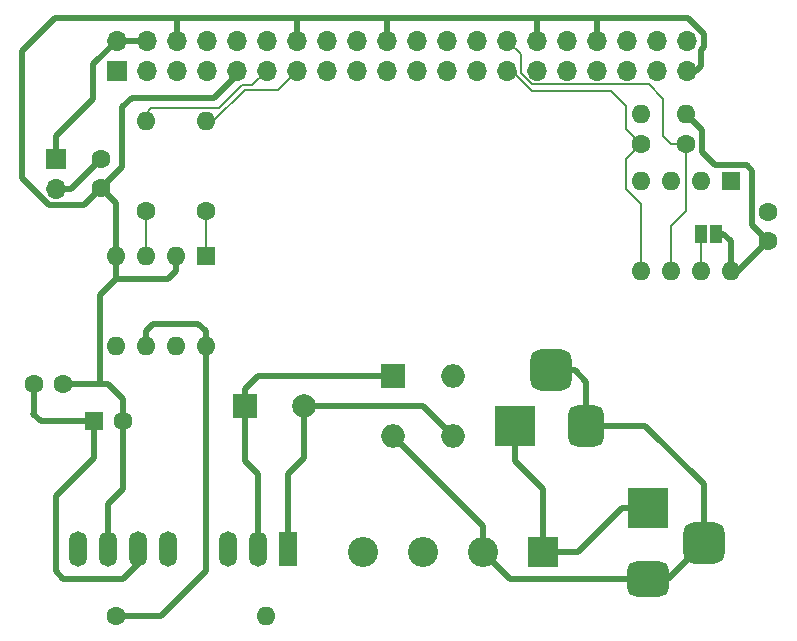
<source format=gbr>
G04 #@! TF.GenerationSoftware,KiCad,Pcbnew,7.0.10*
G04 #@! TF.CreationDate,2024-02-17T13:37:08-08:00*
G04 #@! TF.ProjectId,rpi-simplex-clock-hat,7270692d-7369-46d7-906c-65782d636c6f,1*
G04 #@! TF.SameCoordinates,Original*
G04 #@! TF.FileFunction,Copper,L2,Bot*
G04 #@! TF.FilePolarity,Positive*
%FSLAX46Y46*%
G04 Gerber Fmt 4.6, Leading zero omitted, Abs format (unit mm)*
G04 Created by KiCad (PCBNEW 7.0.10) date 2024-02-17 13:37:08*
%MOMM*%
%LPD*%
G01*
G04 APERTURE LIST*
G04 Aperture macros list*
%AMRoundRect*
0 Rectangle with rounded corners*
0 $1 Rounding radius*
0 $2 $3 $4 $5 $6 $7 $8 $9 X,Y pos of 4 corners*
0 Add a 4 corners polygon primitive as box body*
4,1,4,$2,$3,$4,$5,$6,$7,$8,$9,$2,$3,0*
0 Add four circle primitives for the rounded corners*
1,1,$1+$1,$2,$3*
1,1,$1+$1,$4,$5*
1,1,$1+$1,$6,$7*
1,1,$1+$1,$8,$9*
0 Add four rect primitives between the rounded corners*
20,1,$1+$1,$2,$3,$4,$5,0*
20,1,$1+$1,$4,$5,$6,$7,0*
20,1,$1+$1,$6,$7,$8,$9,0*
20,1,$1+$1,$8,$9,$2,$3,0*%
G04 Aperture macros list end*
G04 #@! TA.AperFunction,ComponentPad*
%ADD10R,3.500000X3.500000*%
G04 #@! TD*
G04 #@! TA.AperFunction,ComponentPad*
%ADD11RoundRect,0.750000X0.750000X1.000000X-0.750000X1.000000X-0.750000X-1.000000X0.750000X-1.000000X0*%
G04 #@! TD*
G04 #@! TA.AperFunction,ComponentPad*
%ADD12RoundRect,0.875000X0.875000X0.875000X-0.875000X0.875000X-0.875000X-0.875000X0.875000X-0.875000X0*%
G04 #@! TD*
G04 #@! TA.AperFunction,ComponentPad*
%ADD13O,2.000000X2.000000*%
G04 #@! TD*
G04 #@! TA.AperFunction,ComponentPad*
%ADD14R,2.000000X2.000000*%
G04 #@! TD*
G04 #@! TA.AperFunction,ComponentPad*
%ADD15C,1.600000*%
G04 #@! TD*
G04 #@! TA.AperFunction,ComponentPad*
%ADD16O,1.600000X1.600000*%
G04 #@! TD*
G04 #@! TA.AperFunction,ComponentPad*
%ADD17R,1.500000X3.000000*%
G04 #@! TD*
G04 #@! TA.AperFunction,ComponentPad*
%ADD18O,1.500000X3.000000*%
G04 #@! TD*
G04 #@! TA.AperFunction,ComponentPad*
%ADD19R,2.550000X2.550000*%
G04 #@! TD*
G04 #@! TA.AperFunction,ComponentPad*
%ADD20C,2.550000*%
G04 #@! TD*
G04 #@! TA.AperFunction,ComponentPad*
%ADD21C,2.000000*%
G04 #@! TD*
G04 #@! TA.AperFunction,ComponentPad*
%ADD22R,1.600000X1.600000*%
G04 #@! TD*
G04 #@! TA.AperFunction,ComponentPad*
%ADD23R,1.700000X1.700000*%
G04 #@! TD*
G04 #@! TA.AperFunction,ComponentPad*
%ADD24O,1.700000X1.700000*%
G04 #@! TD*
G04 #@! TA.AperFunction,ComponentPad*
%ADD25RoundRect,0.750000X1.000000X-0.750000X1.000000X0.750000X-1.000000X0.750000X-1.000000X-0.750000X0*%
G04 #@! TD*
G04 #@! TA.AperFunction,ComponentPad*
%ADD26RoundRect,0.875000X0.875000X-0.875000X0.875000X0.875000X-0.875000X0.875000X-0.875000X-0.875000X0*%
G04 #@! TD*
G04 #@! TA.AperFunction,SMDPad,CuDef*
%ADD27R,1.000000X1.500000*%
G04 #@! TD*
G04 #@! TA.AperFunction,Conductor*
%ADD28C,0.500000*%
G04 #@! TD*
G04 #@! TA.AperFunction,Conductor*
%ADD29C,0.200000*%
G04 #@! TD*
G04 APERTURE END LIST*
D10*
X142085000Y-78791000D03*
D11*
X148085000Y-78791000D03*
D12*
X145085000Y-74091000D03*
D13*
X136830000Y-74600000D03*
X136830000Y-79680000D03*
X131750000Y-79680000D03*
D14*
X131750000Y-74600000D03*
D15*
X156515000Y-54915000D03*
D16*
X156515000Y-52375000D03*
D15*
X152705000Y-54915000D03*
D16*
X152705000Y-52375000D03*
D17*
X122860000Y-89205000D03*
D18*
X120320000Y-89205000D03*
X117780000Y-89205000D03*
X112700000Y-89205000D03*
X110160000Y-89205000D03*
X107620000Y-89205000D03*
X105080000Y-89205000D03*
D19*
X144450000Y-89477500D03*
D20*
X139370000Y-89477500D03*
X134290000Y-89477500D03*
X129210000Y-89477500D03*
D15*
X101290000Y-75235000D03*
X103790000Y-75235000D03*
D21*
X124222323Y-77140000D03*
D14*
X119222323Y-77140000D03*
D15*
X106985000Y-56185000D03*
X106985000Y-58685000D03*
D22*
X115865000Y-64440000D03*
D16*
X113325000Y-64440000D03*
X110785000Y-64440000D03*
X108245000Y-64440000D03*
X108245000Y-72060000D03*
X110785000Y-72060000D03*
X113325000Y-72060000D03*
X115865000Y-72060000D03*
D15*
X108255000Y-94920000D03*
D16*
X120955000Y-94920000D03*
D23*
X103175000Y-56185000D03*
D24*
X103175000Y-58725000D03*
D15*
X115875000Y-60630000D03*
D16*
X115875000Y-53010000D03*
D15*
X163500000Y-63150000D03*
X163500000Y-60650000D03*
D22*
X160325000Y-58090000D03*
D16*
X157785000Y-58090000D03*
X155245000Y-58090000D03*
X152705000Y-58090000D03*
X152705000Y-65710000D03*
X155245000Y-65710000D03*
X157785000Y-65710000D03*
X160325000Y-65710000D03*
X110795000Y-53010000D03*
D15*
X110795000Y-60630000D03*
D10*
X153340000Y-85745000D03*
D25*
X153340000Y-91745000D03*
D26*
X158040000Y-88745000D03*
D22*
X106390000Y-78410000D03*
D15*
X108890000Y-78410000D03*
D23*
X108370000Y-48720000D03*
D24*
X108370000Y-46180000D03*
X110910000Y-48720000D03*
X110910000Y-46180000D03*
X113450000Y-48720000D03*
X113450000Y-46180000D03*
X115990000Y-48720000D03*
X115990000Y-46180000D03*
X118530000Y-48720000D03*
X118530000Y-46180000D03*
X121070000Y-48720000D03*
X121070000Y-46180000D03*
X123610000Y-48720000D03*
X123610000Y-46180000D03*
X126150000Y-48720000D03*
X126150000Y-46180000D03*
X128690000Y-48720000D03*
X128690000Y-46180000D03*
X131230000Y-48720000D03*
X131230000Y-46180000D03*
X133770000Y-48720000D03*
X133770000Y-46180000D03*
X136310000Y-48720000D03*
X136310000Y-46180000D03*
X138850000Y-48720000D03*
X138850000Y-46180000D03*
X141390000Y-48720000D03*
X141390000Y-46180000D03*
X143930000Y-48720000D03*
X143930000Y-46180000D03*
X146470000Y-48720000D03*
X146470000Y-46180000D03*
X149010000Y-48720000D03*
X149010000Y-46180000D03*
X151550000Y-48720000D03*
X151550000Y-46180000D03*
X154090000Y-48720000D03*
X154090000Y-46180000D03*
X156630000Y-48720000D03*
X156630000Y-46180000D03*
D27*
X157770000Y-62535000D03*
X159070000Y-62535000D03*
D28*
X105545000Y-60125000D02*
X106985000Y-58685000D01*
X102595101Y-60125000D02*
X105545000Y-60125000D01*
X100300000Y-47083709D02*
X100300000Y-57829899D01*
X113385000Y-44250000D02*
X103133709Y-44250000D01*
X103133709Y-44250000D02*
X100300000Y-47083709D01*
X100300000Y-57829899D02*
X102595101Y-60125000D01*
X113450000Y-44315000D02*
X113385000Y-44250000D01*
X113450000Y-46180000D02*
X113450000Y-44315000D01*
X157785000Y-47004899D02*
X157785000Y-48330000D01*
X157395000Y-48720000D02*
X156630000Y-48720000D01*
X158030000Y-45600101D02*
X158030000Y-46759899D01*
X158030000Y-46759899D02*
X157785000Y-47004899D01*
X157785000Y-48330000D02*
X157395000Y-48720000D01*
X148895000Y-44250000D02*
X156679899Y-44250000D01*
X156679899Y-44250000D02*
X158030000Y-45600101D01*
X115865000Y-91100000D02*
X115865000Y-72060000D01*
X112065000Y-94920000D02*
X115875000Y-91110000D01*
X115875000Y-91110000D02*
X115865000Y-91100000D01*
X108255000Y-94920000D02*
X112065000Y-94920000D01*
X119222323Y-75697677D02*
X120320000Y-74600000D01*
X119222323Y-77140000D02*
X119222323Y-75697677D01*
X120320000Y-74600000D02*
X131750000Y-74600000D01*
X139370000Y-87300000D02*
X131750000Y-79680000D01*
X139370000Y-89477500D02*
X139370000Y-87300000D01*
X134290000Y-77140000D02*
X124222323Y-77140000D01*
X136830000Y-79680000D02*
X134290000Y-77140000D01*
X153086000Y-78791000D02*
X148085000Y-78791000D01*
X158040000Y-83745000D02*
X153086000Y-78791000D01*
X158040000Y-88745000D02*
X158040000Y-83745000D01*
X147116000Y-74091000D02*
X145085000Y-74091000D01*
X148085000Y-75060000D02*
X147116000Y-74091000D01*
X148085000Y-78791000D02*
X148085000Y-75060000D01*
X144450000Y-84125000D02*
X142085000Y-81760000D01*
X142085000Y-81760000D02*
X142085000Y-78791000D01*
X144450000Y-89477500D02*
X144450000Y-84125000D01*
X157865000Y-53725000D02*
X156515000Y-52375000D01*
X158975000Y-56740000D02*
X157865000Y-55630000D01*
X157865000Y-55630000D02*
X157865000Y-53725000D01*
X161675000Y-56740000D02*
X158975000Y-56740000D01*
X162150000Y-57215000D02*
X161675000Y-56740000D01*
X162150000Y-61800000D02*
X162150000Y-57215000D01*
X163500000Y-63150000D02*
X162150000Y-61800000D01*
X160325000Y-63170000D02*
X160325000Y-65710000D01*
X159690000Y-62535000D02*
X160325000Y-63170000D01*
X159070000Y-62535000D02*
X159690000Y-62535000D01*
D29*
X157785000Y-65710000D02*
X157785000Y-62550000D01*
X157785000Y-62550000D02*
X157770000Y-62535000D01*
X155245000Y-61900000D02*
X155245000Y-65710000D01*
X156515000Y-54915000D02*
X156515000Y-60630000D01*
X156515000Y-60630000D02*
X155245000Y-61900000D01*
X152705000Y-59995000D02*
X152705000Y-65710000D01*
X151435000Y-58725000D02*
X152705000Y-59995000D01*
X151435000Y-56185000D02*
X151435000Y-58725000D01*
X152705000Y-54915000D02*
X151435000Y-56185000D01*
D28*
X160940000Y-65710000D02*
X163500000Y-63150000D01*
X160325000Y-65710000D02*
X160940000Y-65710000D01*
D29*
X151435000Y-51740000D02*
X151435000Y-53645000D01*
X151435000Y-53645000D02*
X152705000Y-54915000D01*
X150165000Y-50470000D02*
X151435000Y-51740000D01*
X142145000Y-49127032D02*
X143487968Y-50470000D01*
X142145000Y-48720000D02*
X142145000Y-49127032D01*
X141390000Y-48720000D02*
X142145000Y-48720000D01*
X143487968Y-50470000D02*
X150165000Y-50470000D01*
X154610000Y-54280000D02*
X155245000Y-54915000D01*
X154610000Y-51105000D02*
X154610000Y-54280000D01*
X153375000Y-49870000D02*
X154610000Y-51105000D01*
X142545000Y-48961346D02*
X143453654Y-49870000D01*
X155245000Y-54915000D02*
X156515000Y-54915000D01*
X142545000Y-47335000D02*
X142545000Y-48961346D01*
X143453654Y-49870000D02*
X153375000Y-49870000D01*
X141390000Y-46180000D02*
X142545000Y-47335000D01*
D28*
X106895000Y-75145000D02*
X106895000Y-67705000D01*
X106895000Y-67705000D02*
X108255000Y-66345000D01*
X106985000Y-75235000D02*
X106895000Y-75145000D01*
X108245000Y-59945000D02*
X106985000Y-58685000D01*
X108245000Y-64440000D02*
X108245000Y-59945000D01*
X108245000Y-66335000D02*
X108255000Y-66345000D01*
X108245000Y-64440000D02*
X108245000Y-66335000D01*
X112700000Y-66345000D02*
X108255000Y-66345000D01*
X113325000Y-65720000D02*
X112700000Y-66345000D01*
X113325000Y-64440000D02*
X113325000Y-65720000D01*
D29*
X110795000Y-64430000D02*
X110785000Y-64440000D01*
X110795000Y-60630000D02*
X110795000Y-64430000D01*
X115875000Y-64430000D02*
X115865000Y-64440000D01*
X115875000Y-60630000D02*
X115875000Y-64430000D01*
X116510000Y-53010000D02*
X119150000Y-50370000D01*
X115875000Y-53010000D02*
X116510000Y-53010000D01*
X110795000Y-52375000D02*
X111260000Y-51910000D01*
X110795000Y-53010000D02*
X110795000Y-52375000D01*
D28*
X107620000Y-75235000D02*
X106985000Y-75235000D01*
X106985000Y-75235000D02*
X103790000Y-75235000D01*
X101290000Y-77755000D02*
X101290000Y-75235000D01*
X101270000Y-77775000D02*
X101290000Y-77755000D01*
X101905000Y-78410000D02*
X101270000Y-77775000D01*
X106390000Y-78410000D02*
X101905000Y-78410000D01*
X108890000Y-76505000D02*
X107620000Y-75235000D01*
X108890000Y-78410000D02*
X108890000Y-76505000D01*
X119222323Y-81757323D02*
X119222323Y-77140000D01*
X120320000Y-82855000D02*
X119222323Y-81757323D01*
X120320000Y-89205000D02*
X120320000Y-82855000D01*
X124222323Y-81492677D02*
X124130000Y-81585000D01*
X124222323Y-77140000D02*
X124222323Y-81492677D01*
X122860000Y-82855000D02*
X124130000Y-81585000D01*
X122860000Y-89205000D02*
X122860000Y-82855000D01*
X115240000Y-70155000D02*
X115875000Y-70790000D01*
X111430000Y-70155000D02*
X115240000Y-70155000D01*
X110785000Y-70800000D02*
X111430000Y-70155000D01*
X115875000Y-70790000D02*
X115865000Y-70800000D01*
X115865000Y-70800000D02*
X115865000Y-72060000D01*
X110785000Y-72060000D02*
X110785000Y-70800000D01*
D29*
X121960000Y-50370000D02*
X119150000Y-50370000D01*
X123610000Y-48720000D02*
X121960000Y-50370000D01*
X116975000Y-51910000D02*
X111260000Y-51910000D01*
X118915000Y-49970000D02*
X116975000Y-51910000D01*
X119820000Y-49970000D02*
X118915000Y-49970000D01*
X121070000Y-48720000D02*
X119820000Y-49970000D01*
D28*
X108810000Y-56860000D02*
X106985000Y-58685000D01*
X116590000Y-51025000D02*
X109605000Y-51025000D01*
X109605000Y-51025000D02*
X108810000Y-51820000D01*
X118530000Y-48720000D02*
X118530000Y-49085000D01*
X118530000Y-49085000D02*
X116590000Y-51025000D01*
X108810000Y-51820000D02*
X108810000Y-56860000D01*
X131230000Y-46180000D02*
X131230000Y-44365000D01*
X131230000Y-44365000D02*
X131115000Y-44250000D01*
X149010000Y-44365000D02*
X148895000Y-44250000D01*
X112700000Y-44250000D02*
X123495000Y-44250000D01*
X107620000Y-89205000D02*
X107620000Y-85395000D01*
X131115000Y-44250000D02*
X143815000Y-44250000D01*
X123610000Y-44365000D02*
X123495000Y-44250000D01*
X107620000Y-85395000D02*
X108890000Y-84125000D01*
X149010000Y-46180000D02*
X149010000Y-44365000D01*
X143930000Y-46180000D02*
X143930000Y-44365000D01*
X123610000Y-46180000D02*
X123610000Y-44365000D01*
X143815000Y-44250000D02*
X148895000Y-44250000D01*
X143930000Y-44365000D02*
X143815000Y-44250000D01*
X123495000Y-44250000D02*
X131115000Y-44250000D01*
X108890000Y-84125000D02*
X108890000Y-78410000D01*
X106390000Y-81545000D02*
X106390000Y-78410000D01*
X103175000Y-91110000D02*
X103175000Y-84760000D01*
X103810000Y-91745000D02*
X103175000Y-91110000D01*
X103175000Y-84760000D02*
X106390000Y-81545000D01*
X103175000Y-58725000D02*
X104445000Y-58725000D01*
X110160000Y-90475000D02*
X108890000Y-91745000D01*
X110160000Y-89205000D02*
X110160000Y-90475000D01*
X104445000Y-58725000D02*
X106985000Y-56185000D01*
X108890000Y-91745000D02*
X103810000Y-91745000D01*
X108370000Y-46180000D02*
X110910000Y-46180000D01*
X103175000Y-56185000D02*
X103175000Y-54280000D01*
X103175000Y-54280000D02*
X106350000Y-51105000D01*
X106350000Y-48200000D02*
X108370000Y-46180000D01*
X106350000Y-51105000D02*
X106350000Y-48200000D01*
X153340000Y-85745000D02*
X151085000Y-85745000D01*
X147352500Y-89477500D02*
X144450000Y-89477500D01*
X151085000Y-85745000D02*
X147352500Y-89477500D01*
X141637500Y-91745000D02*
X153340000Y-91745000D01*
X139370000Y-89477500D02*
X141637500Y-91745000D01*
X155040000Y-91745000D02*
X158040000Y-88745000D01*
X153340000Y-91745000D02*
X155040000Y-91745000D01*
M02*

</source>
